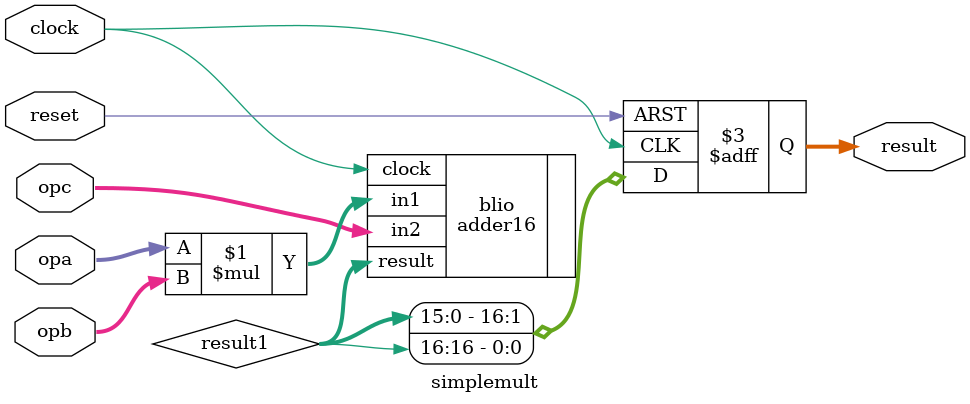
<source format=v>
`timescale 1ps / 1ps


// returns operand a (opa) multiplied with operand b (opb) with operand c (opc) added on. 
// The output is registred, i.e. a flipflop. The rest of the design assumes this module contain only a single flipflop stage.
// if you need more flipflop stages here, you need to also make modifications elsewhere.  

/// you should 
//  1) replace the adder in this module with equivalent logic without the + operator 
//  2) replace the multiplier with equivalent logic without the * operator

module simplemult (
input clock,
input reset,
input [7:0] opa,
input [7:0] opb,
input [7:0] opc,
output reg [16:0] result
);
wire [16:0] result1;
//wire [8:0] result2;
//assign result1 = opa*opb+opc;
adder16 blio (
	.clock(clock), 
	.in1(opa*opb), 
	.in2(opc), 
	.result(result1)
	);
//assign state=state1;
always @(posedge clock or posedge reset)
begin
	if(reset)
	begin
		result <= 0;
	end
	else
	begin
		//state1 <= 1'b1;
		result[16:1] <= result1[15:0];
		result[0] <= result1[16];
		// assign result = result1;
	end
end
//result  <= result1;
endmodule

</source>
